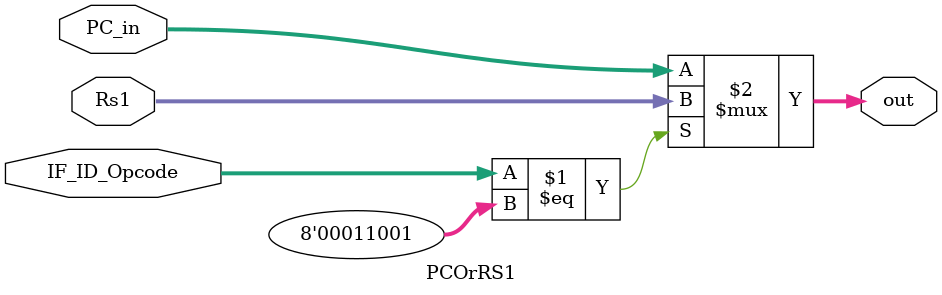
<source format=v>

module PCOrRS1(input [7:0] IF_ID_Opcode, input [31:0] PC_in, input [31:0] Rs1,output [31:0] out);
assign out = (IF_ID_Opcode == 8'b000_11001) ? Rs1 : PC_in;
endmodule
</source>
